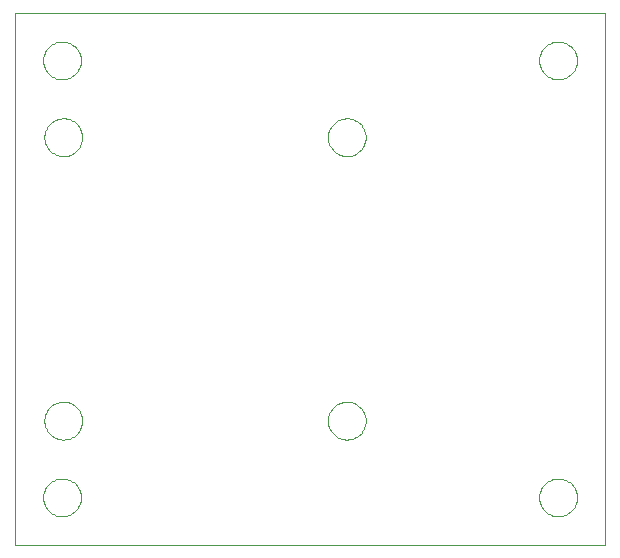
<source format=gbo>
G75*
G70*
%OFA0B0*%
%FSLAX24Y24*%
%IPPOS*%
%LPD*%
%AMOC8*
5,1,8,0,0,1.08239X$1,22.5*
%
%ADD10C,0.0000*%
D10*
X000105Y000102D02*
X000105Y017818D01*
X019790Y017818D01*
X019790Y000102D01*
X000105Y000102D01*
X001050Y001677D02*
X001052Y001727D01*
X001058Y001777D01*
X001068Y001826D01*
X001082Y001874D01*
X001099Y001921D01*
X001120Y001966D01*
X001145Y002010D01*
X001173Y002051D01*
X001205Y002090D01*
X001239Y002127D01*
X001276Y002161D01*
X001316Y002191D01*
X001358Y002218D01*
X001402Y002242D01*
X001448Y002263D01*
X001495Y002279D01*
X001543Y002292D01*
X001593Y002301D01*
X001642Y002306D01*
X001693Y002307D01*
X001743Y002304D01*
X001792Y002297D01*
X001841Y002286D01*
X001889Y002271D01*
X001935Y002253D01*
X001980Y002231D01*
X002023Y002205D01*
X002064Y002176D01*
X002103Y002144D01*
X002139Y002109D01*
X002171Y002071D01*
X002201Y002031D01*
X002228Y001988D01*
X002251Y001944D01*
X002270Y001898D01*
X002286Y001850D01*
X002298Y001801D01*
X002306Y001752D01*
X002310Y001702D01*
X002310Y001652D01*
X002306Y001602D01*
X002298Y001553D01*
X002286Y001504D01*
X002270Y001456D01*
X002251Y001410D01*
X002228Y001366D01*
X002201Y001323D01*
X002171Y001283D01*
X002139Y001245D01*
X002103Y001210D01*
X002064Y001178D01*
X002023Y001149D01*
X001980Y001123D01*
X001935Y001101D01*
X001889Y001083D01*
X001841Y001068D01*
X001792Y001057D01*
X001743Y001050D01*
X001693Y001047D01*
X001642Y001048D01*
X001593Y001053D01*
X001543Y001062D01*
X001495Y001075D01*
X001448Y001091D01*
X001402Y001112D01*
X001358Y001136D01*
X001316Y001163D01*
X001276Y001193D01*
X001239Y001227D01*
X001205Y001264D01*
X001173Y001303D01*
X001145Y001344D01*
X001120Y001388D01*
X001099Y001433D01*
X001082Y001480D01*
X001068Y001528D01*
X001058Y001577D01*
X001052Y001627D01*
X001050Y001677D01*
X001093Y004236D02*
X001095Y004286D01*
X001101Y004336D01*
X001111Y004385D01*
X001125Y004433D01*
X001142Y004480D01*
X001163Y004525D01*
X001188Y004569D01*
X001216Y004610D01*
X001248Y004649D01*
X001282Y004686D01*
X001319Y004720D01*
X001359Y004750D01*
X001401Y004777D01*
X001445Y004801D01*
X001491Y004822D01*
X001538Y004838D01*
X001586Y004851D01*
X001636Y004860D01*
X001685Y004865D01*
X001736Y004866D01*
X001786Y004863D01*
X001835Y004856D01*
X001884Y004845D01*
X001932Y004830D01*
X001978Y004812D01*
X002023Y004790D01*
X002066Y004764D01*
X002107Y004735D01*
X002146Y004703D01*
X002182Y004668D01*
X002214Y004630D01*
X002244Y004590D01*
X002271Y004547D01*
X002294Y004503D01*
X002313Y004457D01*
X002329Y004409D01*
X002341Y004360D01*
X002349Y004311D01*
X002353Y004261D01*
X002353Y004211D01*
X002349Y004161D01*
X002341Y004112D01*
X002329Y004063D01*
X002313Y004015D01*
X002294Y003969D01*
X002271Y003925D01*
X002244Y003882D01*
X002214Y003842D01*
X002182Y003804D01*
X002146Y003769D01*
X002107Y003737D01*
X002066Y003708D01*
X002023Y003682D01*
X001978Y003660D01*
X001932Y003642D01*
X001884Y003627D01*
X001835Y003616D01*
X001786Y003609D01*
X001736Y003606D01*
X001685Y003607D01*
X001636Y003612D01*
X001586Y003621D01*
X001538Y003634D01*
X001491Y003650D01*
X001445Y003671D01*
X001401Y003695D01*
X001359Y003722D01*
X001319Y003752D01*
X001282Y003786D01*
X001248Y003823D01*
X001216Y003862D01*
X001188Y003903D01*
X001163Y003947D01*
X001142Y003992D01*
X001125Y004039D01*
X001111Y004087D01*
X001101Y004136D01*
X001095Y004186D01*
X001093Y004236D01*
X010542Y004236D02*
X010544Y004286D01*
X010550Y004336D01*
X010560Y004385D01*
X010574Y004433D01*
X010591Y004480D01*
X010612Y004525D01*
X010637Y004569D01*
X010665Y004610D01*
X010697Y004649D01*
X010731Y004686D01*
X010768Y004720D01*
X010808Y004750D01*
X010850Y004777D01*
X010894Y004801D01*
X010940Y004822D01*
X010987Y004838D01*
X011035Y004851D01*
X011085Y004860D01*
X011134Y004865D01*
X011185Y004866D01*
X011235Y004863D01*
X011284Y004856D01*
X011333Y004845D01*
X011381Y004830D01*
X011427Y004812D01*
X011472Y004790D01*
X011515Y004764D01*
X011556Y004735D01*
X011595Y004703D01*
X011631Y004668D01*
X011663Y004630D01*
X011693Y004590D01*
X011720Y004547D01*
X011743Y004503D01*
X011762Y004457D01*
X011778Y004409D01*
X011790Y004360D01*
X011798Y004311D01*
X011802Y004261D01*
X011802Y004211D01*
X011798Y004161D01*
X011790Y004112D01*
X011778Y004063D01*
X011762Y004015D01*
X011743Y003969D01*
X011720Y003925D01*
X011693Y003882D01*
X011663Y003842D01*
X011631Y003804D01*
X011595Y003769D01*
X011556Y003737D01*
X011515Y003708D01*
X011472Y003682D01*
X011427Y003660D01*
X011381Y003642D01*
X011333Y003627D01*
X011284Y003616D01*
X011235Y003609D01*
X011185Y003606D01*
X011134Y003607D01*
X011085Y003612D01*
X011035Y003621D01*
X010987Y003634D01*
X010940Y003650D01*
X010894Y003671D01*
X010850Y003695D01*
X010808Y003722D01*
X010768Y003752D01*
X010731Y003786D01*
X010697Y003823D01*
X010665Y003862D01*
X010637Y003903D01*
X010612Y003947D01*
X010591Y003992D01*
X010574Y004039D01*
X010560Y004087D01*
X010550Y004136D01*
X010544Y004186D01*
X010542Y004236D01*
X017585Y001677D02*
X017587Y001727D01*
X017593Y001777D01*
X017603Y001826D01*
X017617Y001874D01*
X017634Y001921D01*
X017655Y001966D01*
X017680Y002010D01*
X017708Y002051D01*
X017740Y002090D01*
X017774Y002127D01*
X017811Y002161D01*
X017851Y002191D01*
X017893Y002218D01*
X017937Y002242D01*
X017983Y002263D01*
X018030Y002279D01*
X018078Y002292D01*
X018128Y002301D01*
X018177Y002306D01*
X018228Y002307D01*
X018278Y002304D01*
X018327Y002297D01*
X018376Y002286D01*
X018424Y002271D01*
X018470Y002253D01*
X018515Y002231D01*
X018558Y002205D01*
X018599Y002176D01*
X018638Y002144D01*
X018674Y002109D01*
X018706Y002071D01*
X018736Y002031D01*
X018763Y001988D01*
X018786Y001944D01*
X018805Y001898D01*
X018821Y001850D01*
X018833Y001801D01*
X018841Y001752D01*
X018845Y001702D01*
X018845Y001652D01*
X018841Y001602D01*
X018833Y001553D01*
X018821Y001504D01*
X018805Y001456D01*
X018786Y001410D01*
X018763Y001366D01*
X018736Y001323D01*
X018706Y001283D01*
X018674Y001245D01*
X018638Y001210D01*
X018599Y001178D01*
X018558Y001149D01*
X018515Y001123D01*
X018470Y001101D01*
X018424Y001083D01*
X018376Y001068D01*
X018327Y001057D01*
X018278Y001050D01*
X018228Y001047D01*
X018177Y001048D01*
X018128Y001053D01*
X018078Y001062D01*
X018030Y001075D01*
X017983Y001091D01*
X017937Y001112D01*
X017893Y001136D01*
X017851Y001163D01*
X017811Y001193D01*
X017774Y001227D01*
X017740Y001264D01*
X017708Y001303D01*
X017680Y001344D01*
X017655Y001388D01*
X017634Y001433D01*
X017617Y001480D01*
X017603Y001528D01*
X017593Y001577D01*
X017587Y001627D01*
X017585Y001677D01*
X010542Y013684D02*
X010544Y013734D01*
X010550Y013784D01*
X010560Y013833D01*
X010574Y013881D01*
X010591Y013928D01*
X010612Y013973D01*
X010637Y014017D01*
X010665Y014058D01*
X010697Y014097D01*
X010731Y014134D01*
X010768Y014168D01*
X010808Y014198D01*
X010850Y014225D01*
X010894Y014249D01*
X010940Y014270D01*
X010987Y014286D01*
X011035Y014299D01*
X011085Y014308D01*
X011134Y014313D01*
X011185Y014314D01*
X011235Y014311D01*
X011284Y014304D01*
X011333Y014293D01*
X011381Y014278D01*
X011427Y014260D01*
X011472Y014238D01*
X011515Y014212D01*
X011556Y014183D01*
X011595Y014151D01*
X011631Y014116D01*
X011663Y014078D01*
X011693Y014038D01*
X011720Y013995D01*
X011743Y013951D01*
X011762Y013905D01*
X011778Y013857D01*
X011790Y013808D01*
X011798Y013759D01*
X011802Y013709D01*
X011802Y013659D01*
X011798Y013609D01*
X011790Y013560D01*
X011778Y013511D01*
X011762Y013463D01*
X011743Y013417D01*
X011720Y013373D01*
X011693Y013330D01*
X011663Y013290D01*
X011631Y013252D01*
X011595Y013217D01*
X011556Y013185D01*
X011515Y013156D01*
X011472Y013130D01*
X011427Y013108D01*
X011381Y013090D01*
X011333Y013075D01*
X011284Y013064D01*
X011235Y013057D01*
X011185Y013054D01*
X011134Y013055D01*
X011085Y013060D01*
X011035Y013069D01*
X010987Y013082D01*
X010940Y013098D01*
X010894Y013119D01*
X010850Y013143D01*
X010808Y013170D01*
X010768Y013200D01*
X010731Y013234D01*
X010697Y013271D01*
X010665Y013310D01*
X010637Y013351D01*
X010612Y013395D01*
X010591Y013440D01*
X010574Y013487D01*
X010560Y013535D01*
X010550Y013584D01*
X010544Y013634D01*
X010542Y013684D01*
X017585Y016243D02*
X017587Y016293D01*
X017593Y016343D01*
X017603Y016392D01*
X017617Y016440D01*
X017634Y016487D01*
X017655Y016532D01*
X017680Y016576D01*
X017708Y016617D01*
X017740Y016656D01*
X017774Y016693D01*
X017811Y016727D01*
X017851Y016757D01*
X017893Y016784D01*
X017937Y016808D01*
X017983Y016829D01*
X018030Y016845D01*
X018078Y016858D01*
X018128Y016867D01*
X018177Y016872D01*
X018228Y016873D01*
X018278Y016870D01*
X018327Y016863D01*
X018376Y016852D01*
X018424Y016837D01*
X018470Y016819D01*
X018515Y016797D01*
X018558Y016771D01*
X018599Y016742D01*
X018638Y016710D01*
X018674Y016675D01*
X018706Y016637D01*
X018736Y016597D01*
X018763Y016554D01*
X018786Y016510D01*
X018805Y016464D01*
X018821Y016416D01*
X018833Y016367D01*
X018841Y016318D01*
X018845Y016268D01*
X018845Y016218D01*
X018841Y016168D01*
X018833Y016119D01*
X018821Y016070D01*
X018805Y016022D01*
X018786Y015976D01*
X018763Y015932D01*
X018736Y015889D01*
X018706Y015849D01*
X018674Y015811D01*
X018638Y015776D01*
X018599Y015744D01*
X018558Y015715D01*
X018515Y015689D01*
X018470Y015667D01*
X018424Y015649D01*
X018376Y015634D01*
X018327Y015623D01*
X018278Y015616D01*
X018228Y015613D01*
X018177Y015614D01*
X018128Y015619D01*
X018078Y015628D01*
X018030Y015641D01*
X017983Y015657D01*
X017937Y015678D01*
X017893Y015702D01*
X017851Y015729D01*
X017811Y015759D01*
X017774Y015793D01*
X017740Y015830D01*
X017708Y015869D01*
X017680Y015910D01*
X017655Y015954D01*
X017634Y015999D01*
X017617Y016046D01*
X017603Y016094D01*
X017593Y016143D01*
X017587Y016193D01*
X017585Y016243D01*
X001050Y016243D02*
X001052Y016293D01*
X001058Y016343D01*
X001068Y016392D01*
X001082Y016440D01*
X001099Y016487D01*
X001120Y016532D01*
X001145Y016576D01*
X001173Y016617D01*
X001205Y016656D01*
X001239Y016693D01*
X001276Y016727D01*
X001316Y016757D01*
X001358Y016784D01*
X001402Y016808D01*
X001448Y016829D01*
X001495Y016845D01*
X001543Y016858D01*
X001593Y016867D01*
X001642Y016872D01*
X001693Y016873D01*
X001743Y016870D01*
X001792Y016863D01*
X001841Y016852D01*
X001889Y016837D01*
X001935Y016819D01*
X001980Y016797D01*
X002023Y016771D01*
X002064Y016742D01*
X002103Y016710D01*
X002139Y016675D01*
X002171Y016637D01*
X002201Y016597D01*
X002228Y016554D01*
X002251Y016510D01*
X002270Y016464D01*
X002286Y016416D01*
X002298Y016367D01*
X002306Y016318D01*
X002310Y016268D01*
X002310Y016218D01*
X002306Y016168D01*
X002298Y016119D01*
X002286Y016070D01*
X002270Y016022D01*
X002251Y015976D01*
X002228Y015932D01*
X002201Y015889D01*
X002171Y015849D01*
X002139Y015811D01*
X002103Y015776D01*
X002064Y015744D01*
X002023Y015715D01*
X001980Y015689D01*
X001935Y015667D01*
X001889Y015649D01*
X001841Y015634D01*
X001792Y015623D01*
X001743Y015616D01*
X001693Y015613D01*
X001642Y015614D01*
X001593Y015619D01*
X001543Y015628D01*
X001495Y015641D01*
X001448Y015657D01*
X001402Y015678D01*
X001358Y015702D01*
X001316Y015729D01*
X001276Y015759D01*
X001239Y015793D01*
X001205Y015830D01*
X001173Y015869D01*
X001145Y015910D01*
X001120Y015954D01*
X001099Y015999D01*
X001082Y016046D01*
X001068Y016094D01*
X001058Y016143D01*
X001052Y016193D01*
X001050Y016243D01*
X001093Y013684D02*
X001095Y013734D01*
X001101Y013784D01*
X001111Y013833D01*
X001125Y013881D01*
X001142Y013928D01*
X001163Y013973D01*
X001188Y014017D01*
X001216Y014058D01*
X001248Y014097D01*
X001282Y014134D01*
X001319Y014168D01*
X001359Y014198D01*
X001401Y014225D01*
X001445Y014249D01*
X001491Y014270D01*
X001538Y014286D01*
X001586Y014299D01*
X001636Y014308D01*
X001685Y014313D01*
X001736Y014314D01*
X001786Y014311D01*
X001835Y014304D01*
X001884Y014293D01*
X001932Y014278D01*
X001978Y014260D01*
X002023Y014238D01*
X002066Y014212D01*
X002107Y014183D01*
X002146Y014151D01*
X002182Y014116D01*
X002214Y014078D01*
X002244Y014038D01*
X002271Y013995D01*
X002294Y013951D01*
X002313Y013905D01*
X002329Y013857D01*
X002341Y013808D01*
X002349Y013759D01*
X002353Y013709D01*
X002353Y013659D01*
X002349Y013609D01*
X002341Y013560D01*
X002329Y013511D01*
X002313Y013463D01*
X002294Y013417D01*
X002271Y013373D01*
X002244Y013330D01*
X002214Y013290D01*
X002182Y013252D01*
X002146Y013217D01*
X002107Y013185D01*
X002066Y013156D01*
X002023Y013130D01*
X001978Y013108D01*
X001932Y013090D01*
X001884Y013075D01*
X001835Y013064D01*
X001786Y013057D01*
X001736Y013054D01*
X001685Y013055D01*
X001636Y013060D01*
X001586Y013069D01*
X001538Y013082D01*
X001491Y013098D01*
X001445Y013119D01*
X001401Y013143D01*
X001359Y013170D01*
X001319Y013200D01*
X001282Y013234D01*
X001248Y013271D01*
X001216Y013310D01*
X001188Y013351D01*
X001163Y013395D01*
X001142Y013440D01*
X001125Y013487D01*
X001111Y013535D01*
X001101Y013584D01*
X001095Y013634D01*
X001093Y013684D01*
M02*

</source>
